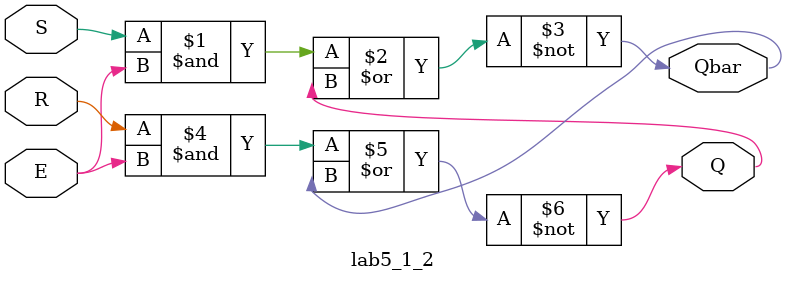
<source format=v>
`timescale 1ns / 1ps

module lab5_1_2 (
    input S,
    input R,
    input E,
    output Q,
    output Qbar
);
    assign Qbar = ~((S & E) | Q);
    assign Q = ~((R & E) | Qbar);
endmodule
</source>
